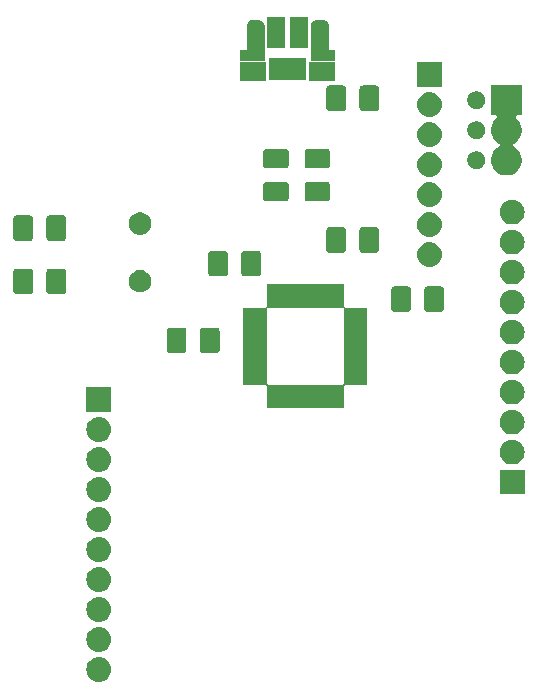
<source format=gbr>
G04 #@! TF.GenerationSoftware,KiCad,Pcbnew,5.0.2+dfsg1-1*
G04 #@! TF.CreationDate,2019-07-18T08:03:33+03:00*
G04 #@! TF.ProjectId,avrUsb,61767255-7362-42e6-9b69-6361645f7063,rev?*
G04 #@! TF.SameCoordinates,Original*
G04 #@! TF.FileFunction,Soldermask,Top*
G04 #@! TF.FilePolarity,Negative*
%FSLAX46Y46*%
G04 Gerber Fmt 4.6, Leading zero omitted, Abs format (unit mm)*
G04 Created by KiCad (PCBNEW 5.0.2+dfsg1-1) date Thu 18 Jul 2019 08:03:33 AM EEST*
%MOMM*%
%LPD*%
G01*
G04 APERTURE LIST*
%ADD10C,0.100000*%
G04 APERTURE END LIST*
D10*
G04 #@! TO.C,X1*
G36*
X192500500Y-70398900D02*
X190303400Y-70398900D01*
X190303400Y-72062600D01*
X192500500Y-72062600D01*
X192500500Y-70398900D01*
G37*
G36*
X186696600Y-70398900D02*
X184499500Y-70398900D01*
X184499500Y-72062600D01*
X186696600Y-72062600D01*
X186696600Y-70398900D01*
G37*
G36*
X190455800Y-70348100D02*
X190455800Y-67376300D01*
X190482315Y-67221592D01*
X190555339Y-67082650D01*
X190667725Y-66973074D01*
X190963800Y-66881000D01*
X191471800Y-66881000D01*
X191624856Y-66905242D01*
X191762930Y-66975594D01*
X191872506Y-67085170D01*
X191967100Y-67376300D01*
X191967100Y-69446400D01*
X192500500Y-69446400D01*
X192500500Y-70348100D01*
X190455800Y-70348100D01*
G37*
G36*
X186544200Y-70348100D02*
X186544200Y-67376300D01*
X186517685Y-67221592D01*
X186444661Y-67082650D01*
X186332275Y-66973074D01*
X186036200Y-66881000D01*
X185528200Y-66881000D01*
X185375144Y-66905242D01*
X185237070Y-66975594D01*
X185127494Y-67085170D01*
X185032900Y-67376300D01*
X185032900Y-69446400D01*
X184499500Y-69446400D01*
X184499500Y-70348100D01*
X186544200Y-70348100D01*
G37*
G36*
X172628707Y-120817596D02*
X172705836Y-120825193D01*
X172837787Y-120865220D01*
X172903763Y-120885233D01*
X173086172Y-120982733D01*
X173246054Y-121113946D01*
X173377267Y-121273828D01*
X173474767Y-121456237D01*
X173474767Y-121456238D01*
X173534807Y-121654164D01*
X173555080Y-121860000D01*
X173534807Y-122065836D01*
X173494780Y-122197787D01*
X173474767Y-122263763D01*
X173377267Y-122446172D01*
X173246054Y-122606054D01*
X173086172Y-122737267D01*
X172903763Y-122834767D01*
X172837787Y-122854780D01*
X172705836Y-122894807D01*
X172628707Y-122902404D01*
X172551580Y-122910000D01*
X172448420Y-122910000D01*
X172371293Y-122902404D01*
X172294164Y-122894807D01*
X172162213Y-122854780D01*
X172096237Y-122834767D01*
X171913828Y-122737267D01*
X171753946Y-122606054D01*
X171622733Y-122446172D01*
X171525233Y-122263763D01*
X171505220Y-122197787D01*
X171465193Y-122065836D01*
X171444920Y-121860000D01*
X171465193Y-121654164D01*
X171525233Y-121456238D01*
X171525233Y-121456237D01*
X171622733Y-121273828D01*
X171753946Y-121113946D01*
X171913828Y-120982733D01*
X172096237Y-120885233D01*
X172162213Y-120865220D01*
X172294164Y-120825193D01*
X172371293Y-120817596D01*
X172448420Y-120810000D01*
X172551580Y-120810000D01*
X172628707Y-120817596D01*
X172628707Y-120817596D01*
G37*
G36*
X172628707Y-118277596D02*
X172705836Y-118285193D01*
X172837787Y-118325220D01*
X172903763Y-118345233D01*
X173086172Y-118442733D01*
X173246054Y-118573946D01*
X173377267Y-118733828D01*
X173474767Y-118916237D01*
X173474767Y-118916238D01*
X173534807Y-119114164D01*
X173555080Y-119320000D01*
X173534807Y-119525836D01*
X173494780Y-119657787D01*
X173474767Y-119723763D01*
X173377267Y-119906172D01*
X173246054Y-120066054D01*
X173086172Y-120197267D01*
X172903763Y-120294767D01*
X172837787Y-120314780D01*
X172705836Y-120354807D01*
X172628707Y-120362404D01*
X172551580Y-120370000D01*
X172448420Y-120370000D01*
X172371293Y-120362404D01*
X172294164Y-120354807D01*
X172162213Y-120314780D01*
X172096237Y-120294767D01*
X171913828Y-120197267D01*
X171753946Y-120066054D01*
X171622733Y-119906172D01*
X171525233Y-119723763D01*
X171505220Y-119657787D01*
X171465193Y-119525836D01*
X171444920Y-119320000D01*
X171465193Y-119114164D01*
X171525233Y-118916238D01*
X171525233Y-118916237D01*
X171622733Y-118733828D01*
X171753946Y-118573946D01*
X171913828Y-118442733D01*
X172096237Y-118345233D01*
X172162213Y-118325220D01*
X172294164Y-118285193D01*
X172371293Y-118277596D01*
X172448420Y-118270000D01*
X172551580Y-118270000D01*
X172628707Y-118277596D01*
X172628707Y-118277596D01*
G37*
G36*
X172628707Y-115737596D02*
X172705836Y-115745193D01*
X172837787Y-115785220D01*
X172903763Y-115805233D01*
X173086172Y-115902733D01*
X173246054Y-116033946D01*
X173377267Y-116193828D01*
X173474767Y-116376237D01*
X173474767Y-116376238D01*
X173534807Y-116574164D01*
X173555080Y-116780000D01*
X173534807Y-116985836D01*
X173494780Y-117117787D01*
X173474767Y-117183763D01*
X173377267Y-117366172D01*
X173246054Y-117526054D01*
X173086172Y-117657267D01*
X172903763Y-117754767D01*
X172837787Y-117774780D01*
X172705836Y-117814807D01*
X172628707Y-117822403D01*
X172551580Y-117830000D01*
X172448420Y-117830000D01*
X172371293Y-117822403D01*
X172294164Y-117814807D01*
X172162213Y-117774780D01*
X172096237Y-117754767D01*
X171913828Y-117657267D01*
X171753946Y-117526054D01*
X171622733Y-117366172D01*
X171525233Y-117183763D01*
X171505220Y-117117787D01*
X171465193Y-116985836D01*
X171444920Y-116780000D01*
X171465193Y-116574164D01*
X171525233Y-116376238D01*
X171525233Y-116376237D01*
X171622733Y-116193828D01*
X171753946Y-116033946D01*
X171913828Y-115902733D01*
X172096237Y-115805233D01*
X172162213Y-115785220D01*
X172294164Y-115745193D01*
X172371293Y-115737596D01*
X172448420Y-115730000D01*
X172551580Y-115730000D01*
X172628707Y-115737596D01*
X172628707Y-115737596D01*
G37*
G36*
X172628707Y-113197597D02*
X172705836Y-113205193D01*
X172837787Y-113245220D01*
X172903763Y-113265233D01*
X173086172Y-113362733D01*
X173246054Y-113493946D01*
X173377267Y-113653828D01*
X173474767Y-113836237D01*
X173474767Y-113836238D01*
X173534807Y-114034164D01*
X173555080Y-114240000D01*
X173534807Y-114445836D01*
X173494780Y-114577787D01*
X173474767Y-114643763D01*
X173377267Y-114826172D01*
X173246054Y-114986054D01*
X173086172Y-115117267D01*
X172903763Y-115214767D01*
X172837787Y-115234780D01*
X172705836Y-115274807D01*
X172628707Y-115282403D01*
X172551580Y-115290000D01*
X172448420Y-115290000D01*
X172371293Y-115282403D01*
X172294164Y-115274807D01*
X172162213Y-115234780D01*
X172096237Y-115214767D01*
X171913828Y-115117267D01*
X171753946Y-114986054D01*
X171622733Y-114826172D01*
X171525233Y-114643763D01*
X171505220Y-114577787D01*
X171465193Y-114445836D01*
X171444920Y-114240000D01*
X171465193Y-114034164D01*
X171525233Y-113836238D01*
X171525233Y-113836237D01*
X171622733Y-113653828D01*
X171753946Y-113493946D01*
X171913828Y-113362733D01*
X172096237Y-113265233D01*
X172162213Y-113245220D01*
X172294164Y-113205193D01*
X172371293Y-113197597D01*
X172448420Y-113190000D01*
X172551580Y-113190000D01*
X172628707Y-113197597D01*
X172628707Y-113197597D01*
G37*
G36*
X172628707Y-110657596D02*
X172705836Y-110665193D01*
X172837787Y-110705220D01*
X172903763Y-110725233D01*
X173086172Y-110822733D01*
X173246054Y-110953946D01*
X173377267Y-111113828D01*
X173474767Y-111296237D01*
X173474767Y-111296238D01*
X173534807Y-111494164D01*
X173555080Y-111700000D01*
X173534807Y-111905836D01*
X173494780Y-112037787D01*
X173474767Y-112103763D01*
X173377267Y-112286172D01*
X173246054Y-112446054D01*
X173086172Y-112577267D01*
X172903763Y-112674767D01*
X172837787Y-112694780D01*
X172705836Y-112734807D01*
X172628707Y-112742404D01*
X172551580Y-112750000D01*
X172448420Y-112750000D01*
X172371293Y-112742404D01*
X172294164Y-112734807D01*
X172162213Y-112694780D01*
X172096237Y-112674767D01*
X171913828Y-112577267D01*
X171753946Y-112446054D01*
X171622733Y-112286172D01*
X171525233Y-112103763D01*
X171505220Y-112037787D01*
X171465193Y-111905836D01*
X171444920Y-111700000D01*
X171465193Y-111494164D01*
X171525233Y-111296238D01*
X171525233Y-111296237D01*
X171622733Y-111113828D01*
X171753946Y-110953946D01*
X171913828Y-110822733D01*
X172096237Y-110725233D01*
X172162213Y-110705220D01*
X172294164Y-110665193D01*
X172371293Y-110657596D01*
X172448420Y-110650000D01*
X172551580Y-110650000D01*
X172628707Y-110657596D01*
X172628707Y-110657596D01*
G37*
G36*
X172628707Y-108117596D02*
X172705836Y-108125193D01*
X172837787Y-108165220D01*
X172903763Y-108185233D01*
X173086172Y-108282733D01*
X173246054Y-108413946D01*
X173377267Y-108573828D01*
X173474767Y-108756237D01*
X173474767Y-108756238D01*
X173534807Y-108954164D01*
X173555080Y-109160000D01*
X173534807Y-109365836D01*
X173494780Y-109497787D01*
X173474767Y-109563763D01*
X173377267Y-109746172D01*
X173246054Y-109906054D01*
X173086172Y-110037267D01*
X172903763Y-110134767D01*
X172837787Y-110154780D01*
X172705836Y-110194807D01*
X172628707Y-110202404D01*
X172551580Y-110210000D01*
X172448420Y-110210000D01*
X172371293Y-110202404D01*
X172294164Y-110194807D01*
X172162213Y-110154780D01*
X172096237Y-110134767D01*
X171913828Y-110037267D01*
X171753946Y-109906054D01*
X171622733Y-109746172D01*
X171525233Y-109563763D01*
X171505220Y-109497787D01*
X171465193Y-109365836D01*
X171444920Y-109160000D01*
X171465193Y-108954164D01*
X171525233Y-108756238D01*
X171525233Y-108756237D01*
X171622733Y-108573828D01*
X171753946Y-108413946D01*
X171913828Y-108282733D01*
X172096237Y-108185233D01*
X172162213Y-108165220D01*
X172294164Y-108125193D01*
X172371293Y-108117596D01*
X172448420Y-108110000D01*
X172551580Y-108110000D01*
X172628707Y-108117596D01*
X172628707Y-108117596D01*
G37*
G36*
X172628707Y-105577596D02*
X172705836Y-105585193D01*
X172837787Y-105625220D01*
X172903763Y-105645233D01*
X173086172Y-105742733D01*
X173246054Y-105873946D01*
X173377267Y-106033828D01*
X173474767Y-106216237D01*
X173474767Y-106216238D01*
X173534807Y-106414164D01*
X173555080Y-106620000D01*
X173534807Y-106825836D01*
X173494780Y-106957787D01*
X173474767Y-107023763D01*
X173377267Y-107206172D01*
X173246054Y-107366054D01*
X173086172Y-107497267D01*
X172903763Y-107594767D01*
X172837787Y-107614780D01*
X172705836Y-107654807D01*
X172628707Y-107662403D01*
X172551580Y-107670000D01*
X172448420Y-107670000D01*
X172371293Y-107662403D01*
X172294164Y-107654807D01*
X172162213Y-107614780D01*
X172096237Y-107594767D01*
X171913828Y-107497267D01*
X171753946Y-107366054D01*
X171622733Y-107206172D01*
X171525233Y-107023763D01*
X171505220Y-106957787D01*
X171465193Y-106825836D01*
X171444920Y-106620000D01*
X171465193Y-106414164D01*
X171525233Y-106216238D01*
X171525233Y-106216237D01*
X171622733Y-106033828D01*
X171753946Y-105873946D01*
X171913828Y-105742733D01*
X172096237Y-105645233D01*
X172162213Y-105625220D01*
X172294164Y-105585193D01*
X172371293Y-105577596D01*
X172448420Y-105570000D01*
X172551580Y-105570000D01*
X172628707Y-105577596D01*
X172628707Y-105577596D01*
G37*
G36*
X208550000Y-107050000D02*
X206450000Y-107050000D01*
X206450000Y-104950000D01*
X208550000Y-104950000D01*
X208550000Y-107050000D01*
X208550000Y-107050000D01*
G37*
G36*
X172628707Y-103037596D02*
X172705836Y-103045193D01*
X172837787Y-103085220D01*
X172903763Y-103105233D01*
X173086172Y-103202733D01*
X173246054Y-103333946D01*
X173377267Y-103493828D01*
X173474767Y-103676237D01*
X173474767Y-103676238D01*
X173534807Y-103874164D01*
X173555080Y-104080000D01*
X173534807Y-104285836D01*
X173494780Y-104417787D01*
X173474767Y-104483763D01*
X173377267Y-104666172D01*
X173246054Y-104826054D01*
X173086172Y-104957267D01*
X172903763Y-105054767D01*
X172837787Y-105074780D01*
X172705836Y-105114807D01*
X172628707Y-105122404D01*
X172551580Y-105130000D01*
X172448420Y-105130000D01*
X172371293Y-105122403D01*
X172294164Y-105114807D01*
X172162213Y-105074780D01*
X172096237Y-105054767D01*
X171913828Y-104957267D01*
X171753946Y-104826054D01*
X171622733Y-104666172D01*
X171525233Y-104483763D01*
X171505220Y-104417787D01*
X171465193Y-104285836D01*
X171444920Y-104080000D01*
X171465193Y-103874164D01*
X171525233Y-103676238D01*
X171525233Y-103676237D01*
X171622733Y-103493828D01*
X171753946Y-103333946D01*
X171913828Y-103202733D01*
X172096237Y-103105233D01*
X172162213Y-103085220D01*
X172294164Y-103045193D01*
X172371293Y-103037596D01*
X172448420Y-103030000D01*
X172551580Y-103030000D01*
X172628707Y-103037596D01*
X172628707Y-103037596D01*
G37*
G36*
X207625362Y-102417267D02*
X207705836Y-102425193D01*
X207837787Y-102465220D01*
X207903763Y-102485233D01*
X208086172Y-102582733D01*
X208246054Y-102713946D01*
X208377267Y-102873828D01*
X208474767Y-103056237D01*
X208494780Y-103122213D01*
X208534807Y-103254164D01*
X208555080Y-103460000D01*
X208534807Y-103665836D01*
X208494780Y-103797787D01*
X208474767Y-103863763D01*
X208377267Y-104046172D01*
X208246054Y-104206054D01*
X208086172Y-104337267D01*
X207903763Y-104434767D01*
X207837787Y-104454780D01*
X207705836Y-104494807D01*
X207628707Y-104502404D01*
X207551580Y-104510000D01*
X207448420Y-104510000D01*
X207371293Y-104502404D01*
X207294164Y-104494807D01*
X207162213Y-104454780D01*
X207096237Y-104434767D01*
X206913828Y-104337267D01*
X206753946Y-104206054D01*
X206622733Y-104046172D01*
X206525233Y-103863763D01*
X206505220Y-103797787D01*
X206465193Y-103665836D01*
X206444920Y-103460000D01*
X206465193Y-103254164D01*
X206505220Y-103122213D01*
X206525233Y-103056237D01*
X206622733Y-102873828D01*
X206753946Y-102713946D01*
X206913828Y-102582733D01*
X207096237Y-102485233D01*
X207162213Y-102465220D01*
X207294164Y-102425193D01*
X207374638Y-102417267D01*
X207448420Y-102410000D01*
X207551580Y-102410000D01*
X207625362Y-102417267D01*
X207625362Y-102417267D01*
G37*
G36*
X172628707Y-100497596D02*
X172705836Y-100505193D01*
X172837787Y-100545220D01*
X172903763Y-100565233D01*
X173086172Y-100662733D01*
X173246054Y-100793946D01*
X173377267Y-100953828D01*
X173474767Y-101136237D01*
X173474767Y-101136238D01*
X173534807Y-101334164D01*
X173555080Y-101540000D01*
X173534807Y-101745836D01*
X173494780Y-101877787D01*
X173474767Y-101943763D01*
X173377267Y-102126172D01*
X173246054Y-102286054D01*
X173086172Y-102417267D01*
X172903763Y-102514767D01*
X172837787Y-102534780D01*
X172705836Y-102574807D01*
X172628707Y-102582404D01*
X172551580Y-102590000D01*
X172448420Y-102590000D01*
X172371293Y-102582403D01*
X172294164Y-102574807D01*
X172162213Y-102534780D01*
X172096237Y-102514767D01*
X171913828Y-102417267D01*
X171753946Y-102286054D01*
X171622733Y-102126172D01*
X171525233Y-101943763D01*
X171505220Y-101877787D01*
X171465193Y-101745836D01*
X171444920Y-101540000D01*
X171465193Y-101334164D01*
X171525233Y-101136238D01*
X171525233Y-101136237D01*
X171622733Y-100953828D01*
X171753946Y-100793946D01*
X171913828Y-100662733D01*
X172096237Y-100565233D01*
X172162213Y-100545220D01*
X172294164Y-100505193D01*
X172371293Y-100497597D01*
X172448420Y-100490000D01*
X172551580Y-100490000D01*
X172628707Y-100497596D01*
X172628707Y-100497596D01*
G37*
G36*
X207628707Y-99877596D02*
X207705836Y-99885193D01*
X207837787Y-99925220D01*
X207903763Y-99945233D01*
X208086172Y-100042733D01*
X208246054Y-100173946D01*
X208377267Y-100333828D01*
X208474767Y-100516237D01*
X208494780Y-100582213D01*
X208534807Y-100714164D01*
X208555080Y-100920000D01*
X208534807Y-101125836D01*
X208494780Y-101257787D01*
X208474767Y-101323763D01*
X208377267Y-101506172D01*
X208246054Y-101666054D01*
X208086172Y-101797267D01*
X207903763Y-101894767D01*
X207837787Y-101914780D01*
X207705836Y-101954807D01*
X207628707Y-101962403D01*
X207551580Y-101970000D01*
X207448420Y-101970000D01*
X207371293Y-101962403D01*
X207294164Y-101954807D01*
X207162213Y-101914780D01*
X207096237Y-101894767D01*
X206913828Y-101797267D01*
X206753946Y-101666054D01*
X206622733Y-101506172D01*
X206525233Y-101323763D01*
X206505220Y-101257787D01*
X206465193Y-101125836D01*
X206444920Y-100920000D01*
X206465193Y-100714164D01*
X206505220Y-100582213D01*
X206525233Y-100516237D01*
X206622733Y-100333828D01*
X206753946Y-100173946D01*
X206913828Y-100042733D01*
X207096237Y-99945233D01*
X207162213Y-99925220D01*
X207294164Y-99885193D01*
X207371293Y-99877596D01*
X207448420Y-99870000D01*
X207551580Y-99870000D01*
X207628707Y-99877596D01*
X207628707Y-99877596D01*
G37*
G36*
X173550000Y-100050000D02*
X171450000Y-100050000D01*
X171450000Y-97950000D01*
X173550000Y-97950000D01*
X173550000Y-100050000D01*
X173550000Y-100050000D01*
G37*
G36*
X193275000Y-91100000D02*
X193277402Y-91124386D01*
X193284515Y-91147835D01*
X193296066Y-91169446D01*
X193311612Y-91188388D01*
X193330554Y-91203934D01*
X193352165Y-91215485D01*
X193375614Y-91222598D01*
X193400000Y-91225000D01*
X195250000Y-91225000D01*
X195250000Y-97775000D01*
X193400000Y-97775000D01*
X193375614Y-97777402D01*
X193352165Y-97784515D01*
X193330554Y-97796066D01*
X193311612Y-97811612D01*
X193296066Y-97830554D01*
X193284515Y-97852165D01*
X193277402Y-97875614D01*
X193275000Y-97900000D01*
X193275000Y-99750000D01*
X186725000Y-99750000D01*
X186725000Y-97900000D01*
X186722598Y-97875614D01*
X186715485Y-97852165D01*
X186703934Y-97830554D01*
X186688388Y-97811612D01*
X186669446Y-97796066D01*
X186647835Y-97784515D01*
X186624386Y-97777402D01*
X186600000Y-97775000D01*
X184750000Y-97775000D01*
X184750000Y-91375000D01*
X186750000Y-91375000D01*
X186750000Y-97625000D01*
X186752402Y-97649386D01*
X186759515Y-97672835D01*
X186771066Y-97694446D01*
X186786612Y-97713388D01*
X186805554Y-97728934D01*
X186827165Y-97740485D01*
X186850614Y-97747598D01*
X186875000Y-97750000D01*
X193125000Y-97750000D01*
X193149386Y-97747598D01*
X193172835Y-97740485D01*
X193194446Y-97728934D01*
X193213388Y-97713388D01*
X193228934Y-97694446D01*
X193240485Y-97672835D01*
X193247598Y-97649386D01*
X193250000Y-97625000D01*
X193250000Y-91375000D01*
X193247598Y-91350614D01*
X193240485Y-91327165D01*
X193228934Y-91305554D01*
X193213388Y-91286612D01*
X193194446Y-91271066D01*
X193172835Y-91259515D01*
X193149386Y-91252402D01*
X193125000Y-91250000D01*
X186875000Y-91250000D01*
X186850614Y-91252402D01*
X186827165Y-91259515D01*
X186805554Y-91271066D01*
X186786612Y-91286612D01*
X186771066Y-91305554D01*
X186759515Y-91327165D01*
X186752402Y-91350614D01*
X186750000Y-91375000D01*
X184750000Y-91375000D01*
X184750000Y-91225000D01*
X186600000Y-91225000D01*
X186624386Y-91222598D01*
X186647835Y-91215485D01*
X186669446Y-91203934D01*
X186688388Y-91188388D01*
X186703934Y-91169446D01*
X186715485Y-91147835D01*
X186722598Y-91124386D01*
X186725000Y-91100000D01*
X186725000Y-89250000D01*
X193275000Y-89250000D01*
X193275000Y-91100000D01*
X193275000Y-91100000D01*
G37*
G36*
X207628707Y-97337597D02*
X207705836Y-97345193D01*
X207837787Y-97385220D01*
X207903763Y-97405233D01*
X208086172Y-97502733D01*
X208246054Y-97633946D01*
X208377267Y-97793828D01*
X208474767Y-97976237D01*
X208474767Y-97976238D01*
X208534807Y-98174164D01*
X208555080Y-98380000D01*
X208534807Y-98585836D01*
X208494780Y-98717787D01*
X208474767Y-98783763D01*
X208377267Y-98966172D01*
X208246054Y-99126054D01*
X208086172Y-99257267D01*
X207903763Y-99354767D01*
X207837787Y-99374780D01*
X207705836Y-99414807D01*
X207628707Y-99422404D01*
X207551580Y-99430000D01*
X207448420Y-99430000D01*
X207371293Y-99422404D01*
X207294164Y-99414807D01*
X207162213Y-99374780D01*
X207096237Y-99354767D01*
X206913828Y-99257267D01*
X206753946Y-99126054D01*
X206622733Y-98966172D01*
X206525233Y-98783763D01*
X206505220Y-98717787D01*
X206465193Y-98585836D01*
X206444920Y-98380000D01*
X206465193Y-98174164D01*
X206525233Y-97976238D01*
X206525233Y-97976237D01*
X206622733Y-97793828D01*
X206753946Y-97633946D01*
X206913828Y-97502733D01*
X207096237Y-97405233D01*
X207162213Y-97385220D01*
X207294164Y-97345193D01*
X207371293Y-97337597D01*
X207448420Y-97330000D01*
X207551580Y-97330000D01*
X207628707Y-97337597D01*
X207628707Y-97337597D01*
G37*
G36*
X207628707Y-94797597D02*
X207705836Y-94805193D01*
X207837787Y-94845220D01*
X207903763Y-94865233D01*
X208086172Y-94962733D01*
X208246054Y-95093946D01*
X208377267Y-95253828D01*
X208474767Y-95436237D01*
X208474767Y-95436238D01*
X208534807Y-95634164D01*
X208555080Y-95840000D01*
X208534807Y-96045836D01*
X208495626Y-96175000D01*
X208474767Y-96243763D01*
X208377267Y-96426172D01*
X208246054Y-96586054D01*
X208086172Y-96717267D01*
X207903763Y-96814767D01*
X207837787Y-96834780D01*
X207705836Y-96874807D01*
X207628707Y-96882404D01*
X207551580Y-96890000D01*
X207448420Y-96890000D01*
X207371293Y-96882404D01*
X207294164Y-96874807D01*
X207162213Y-96834780D01*
X207096237Y-96814767D01*
X206913828Y-96717267D01*
X206753946Y-96586054D01*
X206622733Y-96426172D01*
X206525233Y-96243763D01*
X206504374Y-96175000D01*
X206465193Y-96045836D01*
X206444920Y-95840000D01*
X206465193Y-95634164D01*
X206525233Y-95436238D01*
X206525233Y-95436237D01*
X206622733Y-95253828D01*
X206753946Y-95093946D01*
X206913828Y-94962733D01*
X207096237Y-94865233D01*
X207162213Y-94845220D01*
X207294164Y-94805193D01*
X207371293Y-94797596D01*
X207448420Y-94790000D01*
X207551580Y-94790000D01*
X207628707Y-94797597D01*
X207628707Y-94797597D01*
G37*
G36*
X182519628Y-92930493D02*
X182567354Y-92944970D01*
X182611336Y-92968479D01*
X182649885Y-93000115D01*
X182681521Y-93038664D01*
X182705030Y-93082646D01*
X182719507Y-93130372D01*
X182725000Y-93186141D01*
X182725000Y-94813859D01*
X182719507Y-94869628D01*
X182705030Y-94917354D01*
X182681521Y-94961336D01*
X182649885Y-94999885D01*
X182611336Y-95031521D01*
X182567354Y-95055030D01*
X182519628Y-95069507D01*
X182463859Y-95075000D01*
X181336141Y-95075000D01*
X181280372Y-95069507D01*
X181232646Y-95055030D01*
X181188664Y-95031521D01*
X181150115Y-94999885D01*
X181118479Y-94961336D01*
X181094970Y-94917354D01*
X181080493Y-94869628D01*
X181075000Y-94813859D01*
X181075000Y-93186141D01*
X181080493Y-93130372D01*
X181094970Y-93082646D01*
X181118479Y-93038664D01*
X181150115Y-93000115D01*
X181188664Y-92968479D01*
X181232646Y-92944970D01*
X181280372Y-92930493D01*
X181336141Y-92925000D01*
X182463859Y-92925000D01*
X182519628Y-92930493D01*
X182519628Y-92930493D01*
G37*
G36*
X179719628Y-92930493D02*
X179767354Y-92944970D01*
X179811336Y-92968479D01*
X179849885Y-93000115D01*
X179881521Y-93038664D01*
X179905030Y-93082646D01*
X179919507Y-93130372D01*
X179925000Y-93186141D01*
X179925000Y-94813859D01*
X179919507Y-94869628D01*
X179905030Y-94917354D01*
X179881521Y-94961336D01*
X179849885Y-94999885D01*
X179811336Y-95031521D01*
X179767354Y-95055030D01*
X179719628Y-95069507D01*
X179663859Y-95075000D01*
X178536141Y-95075000D01*
X178480372Y-95069507D01*
X178432646Y-95055030D01*
X178388664Y-95031521D01*
X178350115Y-94999885D01*
X178318479Y-94961336D01*
X178294970Y-94917354D01*
X178280493Y-94869628D01*
X178275000Y-94813859D01*
X178275000Y-93186141D01*
X178280493Y-93130372D01*
X178294970Y-93082646D01*
X178318479Y-93038664D01*
X178350115Y-93000115D01*
X178388664Y-92968479D01*
X178432646Y-92944970D01*
X178480372Y-92930493D01*
X178536141Y-92925000D01*
X179663859Y-92925000D01*
X179719628Y-92930493D01*
X179719628Y-92930493D01*
G37*
G36*
X207628707Y-92257596D02*
X207705836Y-92265193D01*
X207837787Y-92305220D01*
X207903763Y-92325233D01*
X208086172Y-92422733D01*
X208246054Y-92553946D01*
X208377267Y-92713828D01*
X208474767Y-92896237D01*
X208474767Y-92896238D01*
X208534807Y-93094164D01*
X208555080Y-93300000D01*
X208534807Y-93505836D01*
X208498659Y-93625000D01*
X208474767Y-93703763D01*
X208377267Y-93886172D01*
X208246054Y-94046054D01*
X208086172Y-94177267D01*
X207903763Y-94274767D01*
X207837787Y-94294780D01*
X207705836Y-94334807D01*
X207628707Y-94342403D01*
X207551580Y-94350000D01*
X207448420Y-94350000D01*
X207371293Y-94342404D01*
X207294164Y-94334807D01*
X207162213Y-94294780D01*
X207096237Y-94274767D01*
X206913828Y-94177267D01*
X206753946Y-94046054D01*
X206622733Y-93886172D01*
X206525233Y-93703763D01*
X206501341Y-93625000D01*
X206465193Y-93505836D01*
X206444920Y-93300000D01*
X206465193Y-93094164D01*
X206525233Y-92896238D01*
X206525233Y-92896237D01*
X206622733Y-92713828D01*
X206753946Y-92553946D01*
X206913828Y-92422733D01*
X207096237Y-92325233D01*
X207162213Y-92305220D01*
X207294164Y-92265193D01*
X207371293Y-92257596D01*
X207448420Y-92250000D01*
X207551580Y-92250000D01*
X207628707Y-92257596D01*
X207628707Y-92257596D01*
G37*
G36*
X207628707Y-89717597D02*
X207705836Y-89725193D01*
X207837787Y-89765220D01*
X207903763Y-89785233D01*
X208086172Y-89882733D01*
X208246054Y-90013946D01*
X208377267Y-90173828D01*
X208474767Y-90356237D01*
X208474767Y-90356238D01*
X208534807Y-90554164D01*
X208555080Y-90760000D01*
X208534807Y-90965836D01*
X208494780Y-91097787D01*
X208474767Y-91163763D01*
X208377267Y-91346172D01*
X208246054Y-91506054D01*
X208086172Y-91637267D01*
X207903763Y-91734767D01*
X207837787Y-91754780D01*
X207705836Y-91794807D01*
X207628707Y-91802404D01*
X207551580Y-91810000D01*
X207448420Y-91810000D01*
X207371293Y-91802404D01*
X207294164Y-91794807D01*
X207162213Y-91754780D01*
X207096237Y-91734767D01*
X206913828Y-91637267D01*
X206753946Y-91506054D01*
X206622733Y-91346172D01*
X206525233Y-91163763D01*
X206505220Y-91097787D01*
X206465193Y-90965836D01*
X206444920Y-90760000D01*
X206465193Y-90554164D01*
X206525233Y-90356238D01*
X206525233Y-90356237D01*
X206622733Y-90173828D01*
X206753946Y-90013946D01*
X206913828Y-89882733D01*
X207096237Y-89785233D01*
X207162213Y-89765220D01*
X207294164Y-89725193D01*
X207371293Y-89717597D01*
X207448420Y-89710000D01*
X207551580Y-89710000D01*
X207628707Y-89717597D01*
X207628707Y-89717597D01*
G37*
G36*
X201519628Y-89430493D02*
X201567354Y-89444970D01*
X201611336Y-89468479D01*
X201649885Y-89500115D01*
X201681521Y-89538664D01*
X201705030Y-89582646D01*
X201719507Y-89630372D01*
X201725000Y-89686141D01*
X201725000Y-91313859D01*
X201719507Y-91369628D01*
X201705030Y-91417354D01*
X201681521Y-91461336D01*
X201649885Y-91499885D01*
X201611336Y-91531521D01*
X201567354Y-91555030D01*
X201519628Y-91569507D01*
X201463859Y-91575000D01*
X200336141Y-91575000D01*
X200280372Y-91569507D01*
X200232646Y-91555030D01*
X200188664Y-91531521D01*
X200150115Y-91499885D01*
X200118479Y-91461336D01*
X200094970Y-91417354D01*
X200080493Y-91369628D01*
X200075000Y-91313859D01*
X200075000Y-89686141D01*
X200080493Y-89630372D01*
X200094970Y-89582646D01*
X200118479Y-89538664D01*
X200150115Y-89500115D01*
X200188664Y-89468479D01*
X200232646Y-89444970D01*
X200280372Y-89430493D01*
X200336141Y-89425000D01*
X201463859Y-89425000D01*
X201519628Y-89430493D01*
X201519628Y-89430493D01*
G37*
G36*
X198719628Y-89430493D02*
X198767354Y-89444970D01*
X198811336Y-89468479D01*
X198849885Y-89500115D01*
X198881521Y-89538664D01*
X198905030Y-89582646D01*
X198919507Y-89630372D01*
X198925000Y-89686141D01*
X198925000Y-91313859D01*
X198919507Y-91369628D01*
X198905030Y-91417354D01*
X198881521Y-91461336D01*
X198849885Y-91499885D01*
X198811336Y-91531521D01*
X198767354Y-91555030D01*
X198719628Y-91569507D01*
X198663859Y-91575000D01*
X197536141Y-91575000D01*
X197480372Y-91569507D01*
X197432646Y-91555030D01*
X197388664Y-91531521D01*
X197350115Y-91499885D01*
X197318479Y-91461336D01*
X197294970Y-91417354D01*
X197280493Y-91369628D01*
X197275000Y-91313859D01*
X197275000Y-89686141D01*
X197280493Y-89630372D01*
X197294970Y-89582646D01*
X197318479Y-89538664D01*
X197350115Y-89500115D01*
X197388664Y-89468479D01*
X197432646Y-89444970D01*
X197480372Y-89430493D01*
X197536141Y-89425000D01*
X198663859Y-89425000D01*
X198719628Y-89430493D01*
X198719628Y-89430493D01*
G37*
G36*
X166719628Y-87930493D02*
X166767354Y-87944970D01*
X166811336Y-87968479D01*
X166849885Y-88000115D01*
X166881521Y-88038664D01*
X166905030Y-88082646D01*
X166919507Y-88130372D01*
X166925000Y-88186141D01*
X166925000Y-89813859D01*
X166919507Y-89869628D01*
X166905030Y-89917354D01*
X166881521Y-89961336D01*
X166849885Y-89999885D01*
X166811336Y-90031521D01*
X166767354Y-90055030D01*
X166719628Y-90069507D01*
X166663859Y-90075000D01*
X165536141Y-90075000D01*
X165480372Y-90069507D01*
X165432646Y-90055030D01*
X165388664Y-90031521D01*
X165350115Y-89999885D01*
X165318479Y-89961336D01*
X165294970Y-89917354D01*
X165280493Y-89869628D01*
X165275000Y-89813859D01*
X165275000Y-88186141D01*
X165280493Y-88130372D01*
X165294970Y-88082646D01*
X165318479Y-88038664D01*
X165350115Y-88000115D01*
X165388664Y-87968479D01*
X165432646Y-87944970D01*
X165480372Y-87930493D01*
X165536141Y-87925000D01*
X166663859Y-87925000D01*
X166719628Y-87930493D01*
X166719628Y-87930493D01*
G37*
G36*
X169519628Y-87930493D02*
X169567354Y-87944970D01*
X169611336Y-87968479D01*
X169649885Y-88000115D01*
X169681521Y-88038664D01*
X169705030Y-88082646D01*
X169719507Y-88130372D01*
X169725000Y-88186141D01*
X169725000Y-89813859D01*
X169719507Y-89869628D01*
X169705030Y-89917354D01*
X169681521Y-89961336D01*
X169649885Y-89999885D01*
X169611336Y-90031521D01*
X169567354Y-90055030D01*
X169519628Y-90069507D01*
X169463859Y-90075000D01*
X168336141Y-90075000D01*
X168280372Y-90069507D01*
X168232646Y-90055030D01*
X168188664Y-90031521D01*
X168150115Y-89999885D01*
X168118479Y-89961336D01*
X168094970Y-89917354D01*
X168080493Y-89869628D01*
X168075000Y-89813859D01*
X168075000Y-88186141D01*
X168080493Y-88130372D01*
X168094970Y-88082646D01*
X168118479Y-88038664D01*
X168150115Y-88000115D01*
X168188664Y-87968479D01*
X168232646Y-87944970D01*
X168280372Y-87930493D01*
X168336141Y-87925000D01*
X169463859Y-87925000D01*
X169519628Y-87930493D01*
X169519628Y-87930493D01*
G37*
G36*
X176139452Y-88059127D02*
X176277105Y-88086508D01*
X176449994Y-88158121D01*
X176605590Y-88262087D01*
X176737913Y-88394410D01*
X176841879Y-88550006D01*
X176913492Y-88722895D01*
X176950000Y-88906433D01*
X176950000Y-89093567D01*
X176913492Y-89277105D01*
X176841879Y-89449994D01*
X176737913Y-89605590D01*
X176605590Y-89737913D01*
X176449994Y-89841879D01*
X176277105Y-89913492D01*
X176139451Y-89940873D01*
X176093568Y-89950000D01*
X175906432Y-89950000D01*
X175860549Y-89940873D01*
X175722895Y-89913492D01*
X175550006Y-89841879D01*
X175394410Y-89737913D01*
X175262087Y-89605590D01*
X175158121Y-89449994D01*
X175086508Y-89277105D01*
X175050000Y-89093567D01*
X175050000Y-88906433D01*
X175086508Y-88722895D01*
X175158121Y-88550006D01*
X175262087Y-88394410D01*
X175394410Y-88262087D01*
X175550006Y-88158121D01*
X175722895Y-88086508D01*
X175860548Y-88059127D01*
X175906432Y-88050000D01*
X176093568Y-88050000D01*
X176139452Y-88059127D01*
X176139452Y-88059127D01*
G37*
G36*
X207628707Y-87177596D02*
X207705836Y-87185193D01*
X207837787Y-87225220D01*
X207903763Y-87245233D01*
X208086172Y-87342733D01*
X208246054Y-87473946D01*
X208377267Y-87633828D01*
X208474767Y-87816237D01*
X208474767Y-87816238D01*
X208534807Y-88014164D01*
X208555080Y-88220000D01*
X208534807Y-88425836D01*
X208506429Y-88519385D01*
X208474767Y-88623763D01*
X208377267Y-88806172D01*
X208246054Y-88966054D01*
X208086172Y-89097267D01*
X207903763Y-89194767D01*
X207837787Y-89214780D01*
X207705836Y-89254807D01*
X207628707Y-89262404D01*
X207551580Y-89270000D01*
X207448420Y-89270000D01*
X207371293Y-89262404D01*
X207294164Y-89254807D01*
X207162213Y-89214780D01*
X207096237Y-89194767D01*
X206913828Y-89097267D01*
X206753946Y-88966054D01*
X206622733Y-88806172D01*
X206525233Y-88623763D01*
X206493571Y-88519385D01*
X206465193Y-88425836D01*
X206444920Y-88220000D01*
X206465193Y-88014164D01*
X206525233Y-87816238D01*
X206525233Y-87816237D01*
X206622733Y-87633828D01*
X206753946Y-87473946D01*
X206913828Y-87342733D01*
X207096237Y-87245233D01*
X207162213Y-87225220D01*
X207294164Y-87185193D01*
X207371293Y-87177596D01*
X207448420Y-87170000D01*
X207551580Y-87170000D01*
X207628707Y-87177596D01*
X207628707Y-87177596D01*
G37*
G36*
X183219628Y-86430493D02*
X183267354Y-86444970D01*
X183311336Y-86468479D01*
X183349885Y-86500115D01*
X183381521Y-86538664D01*
X183405030Y-86582646D01*
X183419507Y-86630372D01*
X183425000Y-86686141D01*
X183425000Y-88313859D01*
X183419507Y-88369628D01*
X183405030Y-88417354D01*
X183381521Y-88461336D01*
X183349885Y-88499885D01*
X183311336Y-88531521D01*
X183267354Y-88555030D01*
X183219628Y-88569507D01*
X183163859Y-88575000D01*
X182036141Y-88575000D01*
X181980372Y-88569507D01*
X181932646Y-88555030D01*
X181888664Y-88531521D01*
X181850115Y-88499885D01*
X181818479Y-88461336D01*
X181794970Y-88417354D01*
X181780493Y-88369628D01*
X181775000Y-88313859D01*
X181775000Y-86686141D01*
X181780493Y-86630372D01*
X181794970Y-86582646D01*
X181818479Y-86538664D01*
X181850115Y-86500115D01*
X181888664Y-86468479D01*
X181932646Y-86444970D01*
X181980372Y-86430493D01*
X182036141Y-86425000D01*
X183163859Y-86425000D01*
X183219628Y-86430493D01*
X183219628Y-86430493D01*
G37*
G36*
X186019628Y-86430493D02*
X186067354Y-86444970D01*
X186111336Y-86468479D01*
X186149885Y-86500115D01*
X186181521Y-86538664D01*
X186205030Y-86582646D01*
X186219507Y-86630372D01*
X186225000Y-86686141D01*
X186225000Y-88313859D01*
X186219507Y-88369628D01*
X186205030Y-88417354D01*
X186181521Y-88461336D01*
X186149885Y-88499885D01*
X186111336Y-88531521D01*
X186067354Y-88555030D01*
X186019628Y-88569507D01*
X185963859Y-88575000D01*
X184836141Y-88575000D01*
X184780372Y-88569507D01*
X184732646Y-88555030D01*
X184688664Y-88531521D01*
X184650115Y-88499885D01*
X184618479Y-88461336D01*
X184594970Y-88417354D01*
X184580493Y-88369628D01*
X184575000Y-88313859D01*
X184575000Y-86686141D01*
X184580493Y-86630372D01*
X184594970Y-86582646D01*
X184618479Y-86538664D01*
X184650115Y-86500115D01*
X184688664Y-86468479D01*
X184732646Y-86444970D01*
X184780372Y-86430493D01*
X184836141Y-86425000D01*
X185963859Y-86425000D01*
X186019628Y-86430493D01*
X186019628Y-86430493D01*
G37*
G36*
X200628707Y-85697597D02*
X200705836Y-85705193D01*
X200837787Y-85745220D01*
X200903763Y-85765233D01*
X201086172Y-85862733D01*
X201246054Y-85993946D01*
X201377267Y-86153828D01*
X201474767Y-86336237D01*
X201474767Y-86336238D01*
X201534807Y-86534164D01*
X201555080Y-86740000D01*
X201534807Y-86945836D01*
X201494780Y-87077787D01*
X201474767Y-87143763D01*
X201377267Y-87326172D01*
X201246054Y-87486054D01*
X201086172Y-87617267D01*
X200903763Y-87714767D01*
X200837787Y-87734780D01*
X200705836Y-87774807D01*
X200628707Y-87782404D01*
X200551580Y-87790000D01*
X200448420Y-87790000D01*
X200371293Y-87782404D01*
X200294164Y-87774807D01*
X200162213Y-87734780D01*
X200096237Y-87714767D01*
X199913828Y-87617267D01*
X199753946Y-87486054D01*
X199622733Y-87326172D01*
X199525233Y-87143763D01*
X199505220Y-87077787D01*
X199465193Y-86945836D01*
X199444920Y-86740000D01*
X199465193Y-86534164D01*
X199525233Y-86336238D01*
X199525233Y-86336237D01*
X199622733Y-86153828D01*
X199753946Y-85993946D01*
X199913828Y-85862733D01*
X200096237Y-85765233D01*
X200162213Y-85745220D01*
X200294164Y-85705193D01*
X200371293Y-85697597D01*
X200448420Y-85690000D01*
X200551580Y-85690000D01*
X200628707Y-85697597D01*
X200628707Y-85697597D01*
G37*
G36*
X207628707Y-84637597D02*
X207705836Y-84645193D01*
X207837787Y-84685220D01*
X207903763Y-84705233D01*
X208086172Y-84802733D01*
X208246054Y-84933946D01*
X208377267Y-85093828D01*
X208474767Y-85276237D01*
X208486179Y-85313859D01*
X208534807Y-85474164D01*
X208555080Y-85680000D01*
X208534807Y-85885836D01*
X208502012Y-85993946D01*
X208474767Y-86083763D01*
X208377267Y-86266172D01*
X208246054Y-86426054D01*
X208086172Y-86557267D01*
X207903763Y-86654767D01*
X207837787Y-86674780D01*
X207705836Y-86714807D01*
X207628707Y-86722403D01*
X207551580Y-86730000D01*
X207448420Y-86730000D01*
X207371293Y-86722403D01*
X207294164Y-86714807D01*
X207162213Y-86674780D01*
X207096237Y-86654767D01*
X206913828Y-86557267D01*
X206753946Y-86426054D01*
X206622733Y-86266172D01*
X206525233Y-86083763D01*
X206497988Y-85993946D01*
X206465193Y-85885836D01*
X206444920Y-85680000D01*
X206465193Y-85474164D01*
X206513821Y-85313859D01*
X206525233Y-85276237D01*
X206622733Y-85093828D01*
X206753946Y-84933946D01*
X206913828Y-84802733D01*
X207096237Y-84705233D01*
X207162213Y-84685220D01*
X207294164Y-84645193D01*
X207371293Y-84637597D01*
X207448420Y-84630000D01*
X207551580Y-84630000D01*
X207628707Y-84637597D01*
X207628707Y-84637597D01*
G37*
G36*
X193219628Y-84430493D02*
X193267354Y-84444970D01*
X193311336Y-84468479D01*
X193349885Y-84500115D01*
X193381521Y-84538664D01*
X193405030Y-84582646D01*
X193419507Y-84630372D01*
X193425000Y-84686141D01*
X193425000Y-86313859D01*
X193419507Y-86369628D01*
X193405030Y-86417354D01*
X193381521Y-86461336D01*
X193349885Y-86499885D01*
X193311336Y-86531521D01*
X193267354Y-86555030D01*
X193219628Y-86569507D01*
X193163859Y-86575000D01*
X192036141Y-86575000D01*
X191980372Y-86569507D01*
X191932646Y-86555030D01*
X191888664Y-86531521D01*
X191850115Y-86499885D01*
X191818479Y-86461336D01*
X191794970Y-86417354D01*
X191780493Y-86369628D01*
X191775000Y-86313859D01*
X191775000Y-84686141D01*
X191780493Y-84630372D01*
X191794970Y-84582646D01*
X191818479Y-84538664D01*
X191850115Y-84500115D01*
X191888664Y-84468479D01*
X191932646Y-84444970D01*
X191980372Y-84430493D01*
X192036141Y-84425000D01*
X193163859Y-84425000D01*
X193219628Y-84430493D01*
X193219628Y-84430493D01*
G37*
G36*
X196019628Y-84430493D02*
X196067354Y-84444970D01*
X196111336Y-84468479D01*
X196149885Y-84500115D01*
X196181521Y-84538664D01*
X196205030Y-84582646D01*
X196219507Y-84630372D01*
X196225000Y-84686141D01*
X196225000Y-86313859D01*
X196219507Y-86369628D01*
X196205030Y-86417354D01*
X196181521Y-86461336D01*
X196149885Y-86499885D01*
X196111336Y-86531521D01*
X196067354Y-86555030D01*
X196019628Y-86569507D01*
X195963859Y-86575000D01*
X194836141Y-86575000D01*
X194780372Y-86569507D01*
X194732646Y-86555030D01*
X194688664Y-86531521D01*
X194650115Y-86499885D01*
X194618479Y-86461336D01*
X194594970Y-86417354D01*
X194580493Y-86369628D01*
X194575000Y-86313859D01*
X194575000Y-84686141D01*
X194580493Y-84630372D01*
X194594970Y-84582646D01*
X194618479Y-84538664D01*
X194650115Y-84500115D01*
X194688664Y-84468479D01*
X194732646Y-84444970D01*
X194780372Y-84430493D01*
X194836141Y-84425000D01*
X195963859Y-84425000D01*
X196019628Y-84430493D01*
X196019628Y-84430493D01*
G37*
G36*
X166719628Y-83430493D02*
X166767354Y-83444970D01*
X166811336Y-83468479D01*
X166849885Y-83500115D01*
X166881521Y-83538664D01*
X166905030Y-83582646D01*
X166919507Y-83630372D01*
X166925000Y-83686141D01*
X166925000Y-85313859D01*
X166919507Y-85369628D01*
X166905030Y-85417354D01*
X166881521Y-85461336D01*
X166849885Y-85499885D01*
X166811336Y-85531521D01*
X166767354Y-85555030D01*
X166719628Y-85569507D01*
X166663859Y-85575000D01*
X165536141Y-85575000D01*
X165480372Y-85569507D01*
X165432646Y-85555030D01*
X165388664Y-85531521D01*
X165350115Y-85499885D01*
X165318479Y-85461336D01*
X165294970Y-85417354D01*
X165280493Y-85369628D01*
X165275000Y-85313859D01*
X165275000Y-83686141D01*
X165280493Y-83630372D01*
X165294970Y-83582646D01*
X165318479Y-83538664D01*
X165350115Y-83500115D01*
X165388664Y-83468479D01*
X165432646Y-83444970D01*
X165480372Y-83430493D01*
X165536141Y-83425000D01*
X166663859Y-83425000D01*
X166719628Y-83430493D01*
X166719628Y-83430493D01*
G37*
G36*
X169519628Y-83430493D02*
X169567354Y-83444970D01*
X169611336Y-83468479D01*
X169649885Y-83500115D01*
X169681521Y-83538664D01*
X169705030Y-83582646D01*
X169719507Y-83630372D01*
X169725000Y-83686141D01*
X169725000Y-85313859D01*
X169719507Y-85369628D01*
X169705030Y-85417354D01*
X169681521Y-85461336D01*
X169649885Y-85499885D01*
X169611336Y-85531521D01*
X169567354Y-85555030D01*
X169519628Y-85569507D01*
X169463859Y-85575000D01*
X168336141Y-85575000D01*
X168280372Y-85569507D01*
X168232646Y-85555030D01*
X168188664Y-85531521D01*
X168150115Y-85499885D01*
X168118479Y-85461336D01*
X168094970Y-85417354D01*
X168080493Y-85369628D01*
X168075000Y-85313859D01*
X168075000Y-83686141D01*
X168080493Y-83630372D01*
X168094970Y-83582646D01*
X168118479Y-83538664D01*
X168150115Y-83500115D01*
X168188664Y-83468479D01*
X168232646Y-83444970D01*
X168280372Y-83430493D01*
X168336141Y-83425000D01*
X169463859Y-83425000D01*
X169519628Y-83430493D01*
X169519628Y-83430493D01*
G37*
G36*
X200628707Y-83157596D02*
X200705836Y-83165193D01*
X200837787Y-83205220D01*
X200903763Y-83225233D01*
X201086172Y-83322733D01*
X201246054Y-83453946D01*
X201377267Y-83613828D01*
X201474767Y-83796237D01*
X201474767Y-83796238D01*
X201534807Y-83994164D01*
X201555080Y-84200000D01*
X201534807Y-84405836D01*
X201512123Y-84480615D01*
X201474767Y-84603763D01*
X201377267Y-84786172D01*
X201246054Y-84946054D01*
X201086172Y-85077267D01*
X200903763Y-85174767D01*
X200837787Y-85194780D01*
X200705836Y-85234807D01*
X200628707Y-85242404D01*
X200551580Y-85250000D01*
X200448420Y-85250000D01*
X200371293Y-85242404D01*
X200294164Y-85234807D01*
X200162213Y-85194780D01*
X200096237Y-85174767D01*
X199913828Y-85077267D01*
X199753946Y-84946054D01*
X199622733Y-84786172D01*
X199525233Y-84603763D01*
X199487877Y-84480615D01*
X199465193Y-84405836D01*
X199444920Y-84200000D01*
X199465193Y-83994164D01*
X199525233Y-83796238D01*
X199525233Y-83796237D01*
X199622733Y-83613828D01*
X199753946Y-83453946D01*
X199913828Y-83322733D01*
X200096237Y-83225233D01*
X200162213Y-83205220D01*
X200294164Y-83165193D01*
X200371293Y-83157596D01*
X200448420Y-83150000D01*
X200551580Y-83150000D01*
X200628707Y-83157596D01*
X200628707Y-83157596D01*
G37*
G36*
X176139451Y-83179127D02*
X176277105Y-83206508D01*
X176449994Y-83278121D01*
X176605590Y-83382087D01*
X176737913Y-83514410D01*
X176841879Y-83670006D01*
X176913492Y-83842895D01*
X176950000Y-84026433D01*
X176950000Y-84213567D01*
X176913492Y-84397105D01*
X176841879Y-84569994D01*
X176737913Y-84725590D01*
X176605590Y-84857913D01*
X176449994Y-84961879D01*
X176277105Y-85033492D01*
X176139452Y-85060873D01*
X176093568Y-85070000D01*
X175906432Y-85070000D01*
X175860548Y-85060873D01*
X175722895Y-85033492D01*
X175550006Y-84961879D01*
X175394410Y-84857913D01*
X175262087Y-84725590D01*
X175158121Y-84569994D01*
X175086508Y-84397105D01*
X175050000Y-84213567D01*
X175050000Y-84026433D01*
X175086508Y-83842895D01*
X175158121Y-83670006D01*
X175262087Y-83514410D01*
X175394410Y-83382087D01*
X175550006Y-83278121D01*
X175722895Y-83206508D01*
X175860549Y-83179127D01*
X175906432Y-83170000D01*
X176093568Y-83170000D01*
X176139451Y-83179127D01*
X176139451Y-83179127D01*
G37*
G36*
X207628707Y-82097596D02*
X207705836Y-82105193D01*
X207837787Y-82145220D01*
X207903763Y-82165233D01*
X208086172Y-82262733D01*
X208246054Y-82393946D01*
X208377267Y-82553828D01*
X208474767Y-82736237D01*
X208474767Y-82736238D01*
X208534807Y-82934164D01*
X208555080Y-83140000D01*
X208534807Y-83345836D01*
X208508869Y-83431341D01*
X208474767Y-83543763D01*
X208377267Y-83726172D01*
X208246054Y-83886054D01*
X208086172Y-84017267D01*
X207903763Y-84114767D01*
X207837787Y-84134780D01*
X207705836Y-84174807D01*
X207628707Y-84182403D01*
X207551580Y-84190000D01*
X207448420Y-84190000D01*
X207371293Y-84182403D01*
X207294164Y-84174807D01*
X207162213Y-84134780D01*
X207096237Y-84114767D01*
X206913828Y-84017267D01*
X206753946Y-83886054D01*
X206622733Y-83726172D01*
X206525233Y-83543763D01*
X206491131Y-83431341D01*
X206465193Y-83345836D01*
X206444920Y-83140000D01*
X206465193Y-82934164D01*
X206525233Y-82736238D01*
X206525233Y-82736237D01*
X206622733Y-82553828D01*
X206753946Y-82393946D01*
X206913828Y-82262733D01*
X207096237Y-82165233D01*
X207162213Y-82145220D01*
X207294164Y-82105193D01*
X207371293Y-82097596D01*
X207448420Y-82090000D01*
X207551580Y-82090000D01*
X207628707Y-82097596D01*
X207628707Y-82097596D01*
G37*
G36*
X200628707Y-80617597D02*
X200705836Y-80625193D01*
X200837787Y-80665220D01*
X200903763Y-80685233D01*
X201086172Y-80782733D01*
X201246054Y-80913946D01*
X201377267Y-81073828D01*
X201474767Y-81256237D01*
X201474767Y-81256238D01*
X201534807Y-81454164D01*
X201555080Y-81660000D01*
X201534807Y-81865836D01*
X201525960Y-81895000D01*
X201474767Y-82063763D01*
X201377267Y-82246172D01*
X201246054Y-82406054D01*
X201086172Y-82537267D01*
X200903763Y-82634767D01*
X200837787Y-82654780D01*
X200705836Y-82694807D01*
X200628707Y-82702404D01*
X200551580Y-82710000D01*
X200448420Y-82710000D01*
X200371293Y-82702404D01*
X200294164Y-82694807D01*
X200162213Y-82654780D01*
X200096237Y-82634767D01*
X199913828Y-82537267D01*
X199753946Y-82406054D01*
X199622733Y-82246172D01*
X199525233Y-82063763D01*
X199474040Y-81895000D01*
X199465193Y-81865836D01*
X199444920Y-81660000D01*
X199465193Y-81454164D01*
X199525233Y-81256238D01*
X199525233Y-81256237D01*
X199622733Y-81073828D01*
X199753946Y-80913946D01*
X199913828Y-80782733D01*
X200096237Y-80685233D01*
X200162213Y-80665220D01*
X200294164Y-80625193D01*
X200371293Y-80617597D01*
X200448420Y-80610000D01*
X200551580Y-80610000D01*
X200628707Y-80617597D01*
X200628707Y-80617597D01*
G37*
G36*
X191869628Y-80580493D02*
X191917354Y-80594970D01*
X191961336Y-80618479D01*
X191999885Y-80650115D01*
X192031521Y-80688664D01*
X192055030Y-80732646D01*
X192069507Y-80780372D01*
X192075000Y-80836141D01*
X192075000Y-81963859D01*
X192069507Y-82019628D01*
X192055030Y-82067354D01*
X192031521Y-82111336D01*
X191999885Y-82149885D01*
X191961336Y-82181521D01*
X191917354Y-82205030D01*
X191869628Y-82219507D01*
X191813859Y-82225000D01*
X190186141Y-82225000D01*
X190130372Y-82219507D01*
X190082646Y-82205030D01*
X190038664Y-82181521D01*
X190000115Y-82149885D01*
X189968479Y-82111336D01*
X189944970Y-82067354D01*
X189930493Y-82019628D01*
X189925000Y-81963859D01*
X189925000Y-80836141D01*
X189930493Y-80780372D01*
X189944970Y-80732646D01*
X189968479Y-80688664D01*
X190000115Y-80650115D01*
X190038664Y-80618479D01*
X190082646Y-80594970D01*
X190130372Y-80580493D01*
X190186141Y-80575000D01*
X191813859Y-80575000D01*
X191869628Y-80580493D01*
X191869628Y-80580493D01*
G37*
G36*
X188369628Y-80580493D02*
X188417354Y-80594970D01*
X188461336Y-80618479D01*
X188499885Y-80650115D01*
X188531521Y-80688664D01*
X188555030Y-80732646D01*
X188569507Y-80780372D01*
X188575000Y-80836141D01*
X188575000Y-81963859D01*
X188569507Y-82019628D01*
X188555030Y-82067354D01*
X188531521Y-82111336D01*
X188499885Y-82149885D01*
X188461336Y-82181521D01*
X188417354Y-82205030D01*
X188369628Y-82219507D01*
X188313859Y-82225000D01*
X186686141Y-82225000D01*
X186630372Y-82219507D01*
X186582646Y-82205030D01*
X186538664Y-82181521D01*
X186500115Y-82149885D01*
X186468479Y-82111336D01*
X186444970Y-82067354D01*
X186430493Y-82019628D01*
X186425000Y-81963859D01*
X186425000Y-80836141D01*
X186430493Y-80780372D01*
X186444970Y-80732646D01*
X186468479Y-80688664D01*
X186500115Y-80650115D01*
X186538664Y-80618479D01*
X186582646Y-80594970D01*
X186630372Y-80580493D01*
X186686141Y-80575000D01*
X188313859Y-80575000D01*
X188369628Y-80580493D01*
X188369628Y-80580493D01*
G37*
G36*
X200628707Y-78077596D02*
X200705836Y-78085193D01*
X200834488Y-78124219D01*
X200903763Y-78145233D01*
X201086172Y-78242733D01*
X201246054Y-78373946D01*
X201377267Y-78533828D01*
X201474767Y-78716237D01*
X201474767Y-78716238D01*
X201534807Y-78914164D01*
X201555080Y-79120000D01*
X201534807Y-79325836D01*
X201506392Y-79419507D01*
X201474767Y-79523763D01*
X201377267Y-79706172D01*
X201246054Y-79866054D01*
X201086172Y-79997267D01*
X200903763Y-80094767D01*
X200837787Y-80114780D01*
X200705836Y-80154807D01*
X200628707Y-80162404D01*
X200551580Y-80170000D01*
X200448420Y-80170000D01*
X200371293Y-80162404D01*
X200294164Y-80154807D01*
X200162213Y-80114780D01*
X200096237Y-80094767D01*
X199913828Y-79997267D01*
X199753946Y-79866054D01*
X199622733Y-79706172D01*
X199525233Y-79523763D01*
X199493608Y-79419507D01*
X199465193Y-79325836D01*
X199444920Y-79120000D01*
X199465193Y-78914164D01*
X199525233Y-78716238D01*
X199525233Y-78716237D01*
X199622733Y-78533828D01*
X199753946Y-78373946D01*
X199913828Y-78242733D01*
X200096237Y-78145233D01*
X200165512Y-78124219D01*
X200294164Y-78085193D01*
X200371293Y-78077596D01*
X200448420Y-78070000D01*
X200551580Y-78070000D01*
X200628707Y-78077596D01*
X200628707Y-78077596D01*
G37*
G36*
X208310000Y-74960000D02*
X207906218Y-74960000D01*
X207881832Y-74962402D01*
X207858383Y-74969515D01*
X207836772Y-74981066D01*
X207817830Y-74996612D01*
X207802284Y-75015554D01*
X207790733Y-75037165D01*
X207783620Y-75060614D01*
X207781218Y-75085000D01*
X207783620Y-75109386D01*
X207790733Y-75132835D01*
X207802284Y-75154446D01*
X207817830Y-75173388D01*
X207836770Y-75188933D01*
X207838705Y-75190226D01*
X208019774Y-75371295D01*
X208162046Y-75584220D01*
X208260042Y-75820804D01*
X208310000Y-76071960D01*
X208310000Y-76328040D01*
X208260042Y-76579196D01*
X208162046Y-76815780D01*
X208019774Y-77028705D01*
X207838705Y-77209774D01*
X207625779Y-77352047D01*
X207619820Y-77354515D01*
X207598209Y-77366066D01*
X207579267Y-77381611D01*
X207563721Y-77400553D01*
X207552170Y-77422163D01*
X207545056Y-77445612D01*
X207542654Y-77469999D01*
X207545056Y-77494385D01*
X207552169Y-77517834D01*
X207563720Y-77539445D01*
X207579265Y-77558387D01*
X207598207Y-77573933D01*
X207619820Y-77585485D01*
X207625779Y-77587953D01*
X207838705Y-77730226D01*
X208019774Y-77911295D01*
X208162046Y-78124220D01*
X208260042Y-78360804D01*
X208310000Y-78611960D01*
X208310000Y-78868040D01*
X208260042Y-79119196D01*
X208162046Y-79355780D01*
X208019774Y-79568705D01*
X207838705Y-79749774D01*
X207625780Y-79892046D01*
X207389196Y-79990042D01*
X207138040Y-80040000D01*
X206881960Y-80040000D01*
X206630804Y-79990042D01*
X206394220Y-79892046D01*
X206181295Y-79749774D01*
X206000226Y-79568705D01*
X205857954Y-79355780D01*
X205759958Y-79119196D01*
X205710000Y-78868040D01*
X205710000Y-78611960D01*
X205759958Y-78360804D01*
X205857954Y-78124220D01*
X206000226Y-77911295D01*
X206181295Y-77730226D01*
X206394221Y-77587953D01*
X206400180Y-77585485D01*
X206421791Y-77573934D01*
X206440733Y-77558389D01*
X206456279Y-77539447D01*
X206467830Y-77517837D01*
X206474944Y-77494388D01*
X206477346Y-77470001D01*
X206474944Y-77445615D01*
X206467831Y-77422166D01*
X206456280Y-77400555D01*
X206440735Y-77381613D01*
X206421793Y-77366067D01*
X206400180Y-77354515D01*
X206394221Y-77352047D01*
X206181295Y-77209774D01*
X206000226Y-77028705D01*
X205857954Y-76815780D01*
X205759958Y-76579196D01*
X205710000Y-76328040D01*
X205710000Y-76071960D01*
X205759958Y-75820804D01*
X205857954Y-75584220D01*
X206000226Y-75371295D01*
X206181295Y-75190226D01*
X206183230Y-75188933D01*
X206202172Y-75173387D01*
X206217717Y-75154445D01*
X206229268Y-75132834D01*
X206236381Y-75109384D01*
X206238782Y-75084998D01*
X206236380Y-75060612D01*
X206229266Y-75037163D01*
X206217715Y-75015552D01*
X206202169Y-74996610D01*
X206183227Y-74981065D01*
X206161616Y-74969514D01*
X206138166Y-74962401D01*
X206113782Y-74960000D01*
X205710000Y-74960000D01*
X205710000Y-72360000D01*
X208310000Y-72360000D01*
X208310000Y-74960000D01*
X208310000Y-74960000D01*
G37*
G36*
X204616318Y-78004411D02*
X204688767Y-78018822D01*
X204730578Y-78036141D01*
X204825257Y-78075358D01*
X204948100Y-78157439D01*
X205052561Y-78261900D01*
X205134642Y-78384743D01*
X205191178Y-78521234D01*
X205220000Y-78666130D01*
X205220000Y-78813870D01*
X205191178Y-78958766D01*
X205134642Y-79095257D01*
X205052561Y-79218100D01*
X204948100Y-79322561D01*
X204825257Y-79404642D01*
X204789369Y-79419507D01*
X204688767Y-79461178D01*
X204616318Y-79475589D01*
X204543870Y-79490000D01*
X204396130Y-79490000D01*
X204323682Y-79475589D01*
X204251233Y-79461178D01*
X204150631Y-79419507D01*
X204114743Y-79404642D01*
X203991900Y-79322561D01*
X203887439Y-79218100D01*
X203805358Y-79095257D01*
X203748822Y-78958766D01*
X203720000Y-78813870D01*
X203720000Y-78666130D01*
X203748822Y-78521234D01*
X203805358Y-78384743D01*
X203887439Y-78261900D01*
X203991900Y-78157439D01*
X204114743Y-78075358D01*
X204209422Y-78036141D01*
X204251233Y-78018822D01*
X204323682Y-78004411D01*
X204396130Y-77990000D01*
X204543870Y-77990000D01*
X204616318Y-78004411D01*
X204616318Y-78004411D01*
G37*
G36*
X191869628Y-77780493D02*
X191917354Y-77794970D01*
X191961336Y-77818479D01*
X191999885Y-77850115D01*
X192031521Y-77888664D01*
X192055030Y-77932646D01*
X192069507Y-77980372D01*
X192075000Y-78036141D01*
X192075000Y-79163859D01*
X192069507Y-79219628D01*
X192055030Y-79267354D01*
X192031521Y-79311336D01*
X191999885Y-79349885D01*
X191961336Y-79381521D01*
X191917354Y-79405030D01*
X191869628Y-79419507D01*
X191813859Y-79425000D01*
X190186141Y-79425000D01*
X190130372Y-79419507D01*
X190082646Y-79405030D01*
X190038664Y-79381521D01*
X190000115Y-79349885D01*
X189968479Y-79311336D01*
X189944970Y-79267354D01*
X189930493Y-79219628D01*
X189925000Y-79163859D01*
X189925000Y-78036141D01*
X189930493Y-77980372D01*
X189944970Y-77932646D01*
X189968479Y-77888664D01*
X190000115Y-77850115D01*
X190038664Y-77818479D01*
X190082646Y-77794970D01*
X190130372Y-77780493D01*
X190186141Y-77775000D01*
X191813859Y-77775000D01*
X191869628Y-77780493D01*
X191869628Y-77780493D01*
G37*
G36*
X188369628Y-77780493D02*
X188417354Y-77794970D01*
X188461336Y-77818479D01*
X188499885Y-77850115D01*
X188531521Y-77888664D01*
X188555030Y-77932646D01*
X188569507Y-77980372D01*
X188575000Y-78036141D01*
X188575000Y-79163859D01*
X188569507Y-79219628D01*
X188555030Y-79267354D01*
X188531521Y-79311336D01*
X188499885Y-79349885D01*
X188461336Y-79381521D01*
X188417354Y-79405030D01*
X188369628Y-79419507D01*
X188313859Y-79425000D01*
X186686141Y-79425000D01*
X186630372Y-79419507D01*
X186582646Y-79405030D01*
X186538664Y-79381521D01*
X186500115Y-79349885D01*
X186468479Y-79311336D01*
X186444970Y-79267354D01*
X186430493Y-79219628D01*
X186425000Y-79163859D01*
X186425000Y-78036141D01*
X186430493Y-77980372D01*
X186444970Y-77932646D01*
X186468479Y-77888664D01*
X186500115Y-77850115D01*
X186538664Y-77818479D01*
X186582646Y-77794970D01*
X186630372Y-77780493D01*
X186686141Y-77775000D01*
X188313859Y-77775000D01*
X188369628Y-77780493D01*
X188369628Y-77780493D01*
G37*
G36*
X200628707Y-75537597D02*
X200705836Y-75545193D01*
X200834488Y-75584219D01*
X200903763Y-75605233D01*
X201086172Y-75702733D01*
X201246054Y-75833946D01*
X201377267Y-75993828D01*
X201474767Y-76176237D01*
X201474767Y-76176238D01*
X201534807Y-76374164D01*
X201555080Y-76580000D01*
X201534807Y-76785836D01*
X201494780Y-76917787D01*
X201474767Y-76983763D01*
X201377267Y-77166172D01*
X201246054Y-77326054D01*
X201086172Y-77457267D01*
X200903763Y-77554767D01*
X200840580Y-77573933D01*
X200705836Y-77614807D01*
X200628707Y-77622403D01*
X200551580Y-77630000D01*
X200448420Y-77630000D01*
X200371293Y-77622403D01*
X200294164Y-77614807D01*
X200159420Y-77573933D01*
X200096237Y-77554767D01*
X199913828Y-77457267D01*
X199753946Y-77326054D01*
X199622733Y-77166172D01*
X199525233Y-76983763D01*
X199505220Y-76917787D01*
X199465193Y-76785836D01*
X199444920Y-76580000D01*
X199465193Y-76374164D01*
X199525233Y-76176238D01*
X199525233Y-76176237D01*
X199622733Y-75993828D01*
X199753946Y-75833946D01*
X199913828Y-75702733D01*
X200096237Y-75605233D01*
X200165512Y-75584219D01*
X200294164Y-75545193D01*
X200371293Y-75537597D01*
X200448420Y-75530000D01*
X200551580Y-75530000D01*
X200628707Y-75537597D01*
X200628707Y-75537597D01*
G37*
G36*
X204616318Y-75464411D02*
X204688767Y-75478822D01*
X204745303Y-75502240D01*
X204825257Y-75535358D01*
X204948100Y-75617439D01*
X205052561Y-75721900D01*
X205134642Y-75844743D01*
X205191178Y-75981234D01*
X205220000Y-76126130D01*
X205220000Y-76273870D01*
X205191178Y-76418766D01*
X205134642Y-76555257D01*
X205052561Y-76678100D01*
X204948100Y-76782561D01*
X204825257Y-76864642D01*
X204745303Y-76897760D01*
X204688767Y-76921178D01*
X204616318Y-76935589D01*
X204543870Y-76950000D01*
X204396130Y-76950000D01*
X204323682Y-76935589D01*
X204251233Y-76921178D01*
X204194697Y-76897760D01*
X204114743Y-76864642D01*
X203991900Y-76782561D01*
X203887439Y-76678100D01*
X203805358Y-76555257D01*
X203748822Y-76418766D01*
X203720000Y-76273870D01*
X203720000Y-76126130D01*
X203748822Y-75981234D01*
X203805358Y-75844743D01*
X203887439Y-75721900D01*
X203991900Y-75617439D01*
X204114743Y-75535358D01*
X204194697Y-75502240D01*
X204251233Y-75478822D01*
X204323682Y-75464411D01*
X204396130Y-75450000D01*
X204543870Y-75450000D01*
X204616318Y-75464411D01*
X204616318Y-75464411D01*
G37*
G36*
X200628707Y-72997596D02*
X200705836Y-73005193D01*
X200837787Y-73045220D01*
X200903763Y-73065233D01*
X201086172Y-73162733D01*
X201246054Y-73293946D01*
X201377267Y-73453828D01*
X201474767Y-73636237D01*
X201474767Y-73636238D01*
X201534807Y-73834164D01*
X201555080Y-74040000D01*
X201534807Y-74245836D01*
X201497255Y-74369628D01*
X201474767Y-74443763D01*
X201377267Y-74626172D01*
X201246054Y-74786054D01*
X201086172Y-74917267D01*
X200903763Y-75014767D01*
X200837787Y-75034780D01*
X200705836Y-75074807D01*
X200628707Y-75082403D01*
X200551580Y-75090000D01*
X200448420Y-75090000D01*
X200371293Y-75082403D01*
X200294164Y-75074807D01*
X200162213Y-75034780D01*
X200096237Y-75014767D01*
X199913828Y-74917267D01*
X199753946Y-74786054D01*
X199622733Y-74626172D01*
X199525233Y-74443763D01*
X199502745Y-74369628D01*
X199465193Y-74245836D01*
X199444920Y-74040000D01*
X199465193Y-73834164D01*
X199525233Y-73636238D01*
X199525233Y-73636237D01*
X199622733Y-73453828D01*
X199753946Y-73293946D01*
X199913828Y-73162733D01*
X200096237Y-73065233D01*
X200162213Y-73045220D01*
X200294164Y-73005193D01*
X200371293Y-72997596D01*
X200448420Y-72990000D01*
X200551580Y-72990000D01*
X200628707Y-72997596D01*
X200628707Y-72997596D01*
G37*
G36*
X196019628Y-72430493D02*
X196067354Y-72444970D01*
X196111336Y-72468479D01*
X196149885Y-72500115D01*
X196181521Y-72538664D01*
X196205030Y-72582646D01*
X196219507Y-72630372D01*
X196225000Y-72686141D01*
X196225000Y-74313859D01*
X196219507Y-74369628D01*
X196205030Y-74417354D01*
X196181521Y-74461336D01*
X196149885Y-74499885D01*
X196111336Y-74531521D01*
X196067354Y-74555030D01*
X196019628Y-74569507D01*
X195963859Y-74575000D01*
X194836141Y-74575000D01*
X194780372Y-74569507D01*
X194732646Y-74555030D01*
X194688664Y-74531521D01*
X194650115Y-74499885D01*
X194618479Y-74461336D01*
X194594970Y-74417354D01*
X194580493Y-74369628D01*
X194575000Y-74313859D01*
X194575000Y-72686141D01*
X194580493Y-72630372D01*
X194594970Y-72582646D01*
X194618479Y-72538664D01*
X194650115Y-72500115D01*
X194688664Y-72468479D01*
X194732646Y-72444970D01*
X194780372Y-72430493D01*
X194836141Y-72425000D01*
X195963859Y-72425000D01*
X196019628Y-72430493D01*
X196019628Y-72430493D01*
G37*
G36*
X193219628Y-72430493D02*
X193267354Y-72444970D01*
X193311336Y-72468479D01*
X193349885Y-72500115D01*
X193381521Y-72538664D01*
X193405030Y-72582646D01*
X193419507Y-72630372D01*
X193425000Y-72686141D01*
X193425000Y-74313859D01*
X193419507Y-74369628D01*
X193405030Y-74417354D01*
X193381521Y-74461336D01*
X193349885Y-74499885D01*
X193311336Y-74531521D01*
X193267354Y-74555030D01*
X193219628Y-74569507D01*
X193163859Y-74575000D01*
X192036141Y-74575000D01*
X191980372Y-74569507D01*
X191932646Y-74555030D01*
X191888664Y-74531521D01*
X191850115Y-74499885D01*
X191818479Y-74461336D01*
X191794970Y-74417354D01*
X191780493Y-74369628D01*
X191775000Y-74313859D01*
X191775000Y-72686141D01*
X191780493Y-72630372D01*
X191794970Y-72582646D01*
X191818479Y-72538664D01*
X191850115Y-72500115D01*
X191888664Y-72468479D01*
X191932646Y-72444970D01*
X191980372Y-72430493D01*
X192036141Y-72425000D01*
X193163859Y-72425000D01*
X193219628Y-72430493D01*
X193219628Y-72430493D01*
G37*
G36*
X204616318Y-72924411D02*
X204688767Y-72938822D01*
X204745303Y-72962240D01*
X204825257Y-72995358D01*
X204948100Y-73077439D01*
X205052561Y-73181900D01*
X205134642Y-73304743D01*
X205191178Y-73441234D01*
X205220000Y-73586130D01*
X205220000Y-73733870D01*
X205191178Y-73878766D01*
X205134642Y-74015257D01*
X205052561Y-74138100D01*
X204948100Y-74242561D01*
X204825257Y-74324642D01*
X204745303Y-74357760D01*
X204688767Y-74381178D01*
X204616318Y-74395589D01*
X204543870Y-74410000D01*
X204396130Y-74410000D01*
X204323682Y-74395589D01*
X204251233Y-74381178D01*
X204194697Y-74357760D01*
X204114743Y-74324642D01*
X203991900Y-74242561D01*
X203887439Y-74138100D01*
X203805358Y-74015257D01*
X203748822Y-73878766D01*
X203720000Y-73733870D01*
X203720000Y-73586130D01*
X203748822Y-73441234D01*
X203805358Y-73304743D01*
X203887439Y-73181900D01*
X203991900Y-73077439D01*
X204114743Y-72995358D01*
X204194697Y-72962240D01*
X204251233Y-72938822D01*
X204323682Y-72924411D01*
X204396130Y-72910000D01*
X204543870Y-72910000D01*
X204616318Y-72924411D01*
X204616318Y-72924411D01*
G37*
G36*
X201550000Y-72550000D02*
X199450000Y-72550000D01*
X199450000Y-70450000D01*
X201550000Y-70450000D01*
X201550000Y-72550000D01*
X201550000Y-72550000D01*
G37*
G36*
X190050800Y-71950800D02*
X186949200Y-71950800D01*
X186949200Y-70099200D01*
X190050800Y-70099200D01*
X190050800Y-71950800D01*
X190050800Y-71950800D01*
G37*
G36*
X191484500Y-71788787D02*
X190366900Y-71788787D01*
X190366900Y-70671187D01*
X191484500Y-70671187D01*
X191484500Y-71788787D01*
X191484500Y-71788787D01*
G37*
G36*
X186633100Y-71788787D02*
X185515500Y-71788787D01*
X185515500Y-70671187D01*
X186633100Y-70671187D01*
X186633100Y-71788787D01*
X186633100Y-71788787D01*
G37*
G36*
X190225770Y-69250796D02*
X188699230Y-69250796D01*
X188699230Y-66649204D01*
X190225770Y-66649204D01*
X190225770Y-69250796D01*
X190225770Y-69250796D01*
G37*
G36*
X188300770Y-69250796D02*
X186774230Y-69250796D01*
X186774230Y-66649204D01*
X188300770Y-66649204D01*
X188300770Y-69250796D01*
X188300770Y-69250796D01*
G37*
G36*
X191833750Y-68758821D02*
X190716150Y-68758821D01*
X190716150Y-67641221D01*
X191833750Y-67641221D01*
X191833750Y-68758821D01*
X191833750Y-68758821D01*
G37*
G36*
X186283850Y-68758821D02*
X185166250Y-68758821D01*
X185166250Y-67641221D01*
X186283850Y-67641221D01*
X186283850Y-68758821D01*
X186283850Y-68758821D01*
G37*
M02*

</source>
